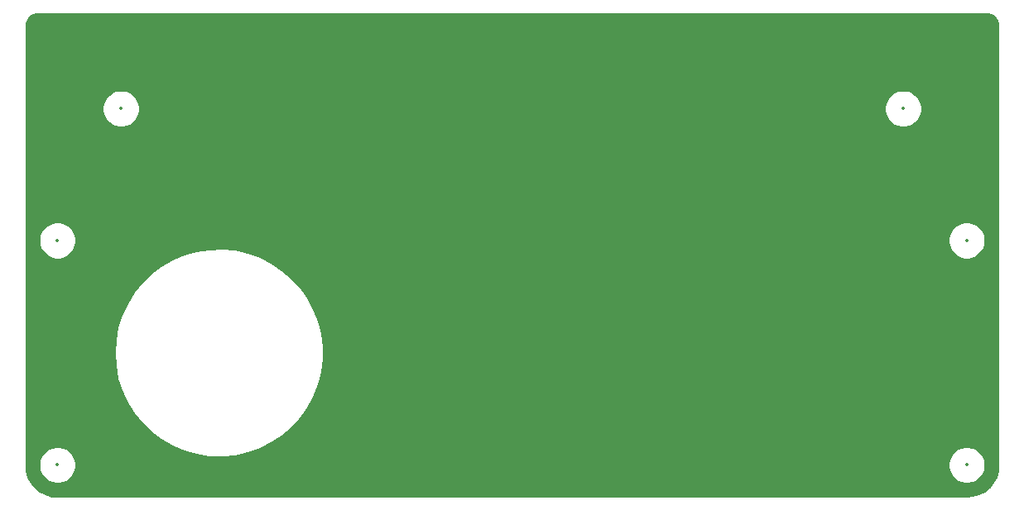
<source format=gbr>
%TF.GenerationSoftware,KiCad,Pcbnew,(5.1.9-0-10_14)*%
%TF.CreationDate,2021-09-01T15:36:42+08:00*%
%TF.ProjectId,KNOB_PANEL,4b4e4f42-5f50-4414-9e45-4c2e6b696361,V1.0*%
%TF.SameCoordinates,Original*%
%TF.FileFunction,Copper,L1,Top*%
%TF.FilePolarity,Positive*%
%FSLAX46Y46*%
G04 Gerber Fmt 4.6, Leading zero omitted, Abs format (unit mm)*
G04 Created by KiCad (PCBNEW (5.1.9-0-10_14)) date 2021-09-01 15:36:42*
%MOMM*%
%LPD*%
G01*
G04 APERTURE LIST*
%TA.AperFunction,NonConductor*%
%ADD10C,0.254000*%
%TD*%
%TA.AperFunction,NonConductor*%
%ADD11C,0.350000*%
%TD*%
%ADD12C,0.350000*%
G04 APERTURE END LIST*
D10*
X198732415Y-50326237D02*
X198955968Y-50393732D01*
X199162162Y-50503367D01*
X199343131Y-50650962D01*
X199491985Y-50830896D01*
X199603058Y-51036320D01*
X199672112Y-51259398D01*
X199698001Y-51505719D01*
X199698000Y-96485226D01*
X199635674Y-97120880D01*
X199455359Y-97718111D01*
X199162475Y-98268945D01*
X198768180Y-98752400D01*
X198287489Y-99150062D01*
X197738715Y-99446783D01*
X197142758Y-99631262D01*
X196508077Y-99697970D01*
X196499524Y-99698000D01*
X103514774Y-99698000D01*
X102879120Y-99635674D01*
X102281889Y-99455359D01*
X101731055Y-99162475D01*
X101247600Y-98768180D01*
X100849938Y-98287489D01*
X100553217Y-97738715D01*
X100368738Y-97142758D01*
X100302030Y-96508077D01*
X100302000Y-96499524D01*
X100302000Y-96310207D01*
X101573000Y-96310207D01*
X101573000Y-96689793D01*
X101647053Y-97062085D01*
X101792315Y-97412777D01*
X102003201Y-97728391D01*
X102271609Y-97996799D01*
X102587223Y-98207685D01*
X102937915Y-98352947D01*
X103310207Y-98427000D01*
X103689793Y-98427000D01*
X104062085Y-98352947D01*
X104412777Y-98207685D01*
X104728391Y-97996799D01*
X104996799Y-97728391D01*
X105207685Y-97412777D01*
X105352947Y-97062085D01*
X105427000Y-96689793D01*
X105427000Y-96310207D01*
X194573000Y-96310207D01*
X194573000Y-96689793D01*
X194647053Y-97062085D01*
X194792315Y-97412777D01*
X195003201Y-97728391D01*
X195271609Y-97996799D01*
X195587223Y-98207685D01*
X195937915Y-98352947D01*
X196310207Y-98427000D01*
X196689793Y-98427000D01*
X197062085Y-98352947D01*
X197412777Y-98207685D01*
X197728391Y-97996799D01*
X197996799Y-97728391D01*
X198207685Y-97412777D01*
X198352947Y-97062085D01*
X198427000Y-96689793D01*
X198427000Y-96310207D01*
X198352947Y-95937915D01*
X198207685Y-95587223D01*
X197996799Y-95271609D01*
X197728391Y-95003201D01*
X197412777Y-94792315D01*
X197062085Y-94647053D01*
X196689793Y-94573000D01*
X196310207Y-94573000D01*
X195937915Y-94647053D01*
X195587223Y-94792315D01*
X195271609Y-95003201D01*
X195003201Y-95271609D01*
X194792315Y-95587223D01*
X194647053Y-95937915D01*
X194573000Y-96310207D01*
X105427000Y-96310207D01*
X105352947Y-95937915D01*
X105207685Y-95587223D01*
X104996799Y-95271609D01*
X104728391Y-95003201D01*
X104412777Y-94792315D01*
X104062085Y-94647053D01*
X103689793Y-94573000D01*
X103310207Y-94573000D01*
X102937915Y-94647053D01*
X102587223Y-94792315D01*
X102271609Y-95003201D01*
X102003201Y-95271609D01*
X101792315Y-95587223D01*
X101647053Y-95937915D01*
X101573000Y-96310207D01*
X100302000Y-96310207D01*
X100302000Y-85000000D01*
X109278000Y-85000000D01*
X109359267Y-86317608D01*
X109601837Y-87615243D01*
X110002033Y-88873233D01*
X110553787Y-90072509D01*
X111248737Y-91194891D01*
X112076346Y-92223365D01*
X113024071Y-93142340D01*
X114077543Y-93937885D01*
X115220793Y-94597941D01*
X116436492Y-95112502D01*
X117706209Y-95473768D01*
X119010699Y-95676262D01*
X120330185Y-95716915D01*
X121644665Y-95595110D01*
X122934215Y-95312695D01*
X124179284Y-94873949D01*
X125361000Y-94285524D01*
X126461449Y-93556341D01*
X127463948Y-92697452D01*
X128353302Y-91721877D01*
X129116028Y-90644406D01*
X129740565Y-89481371D01*
X130217444Y-88250403D01*
X130539438Y-86970162D01*
X130701664Y-85660056D01*
X130701664Y-84339944D01*
X130539438Y-83029838D01*
X130217444Y-81749597D01*
X129740565Y-80518629D01*
X129116028Y-79355594D01*
X128353302Y-78278123D01*
X127463948Y-77302548D01*
X126461449Y-76443659D01*
X125361000Y-75714476D01*
X124179284Y-75126051D01*
X122934215Y-74687305D01*
X121644665Y-74404890D01*
X120330185Y-74283085D01*
X119010699Y-74323738D01*
X117706209Y-74526232D01*
X116436492Y-74887498D01*
X115220793Y-75402059D01*
X114077543Y-76062115D01*
X113024071Y-76857660D01*
X112076346Y-77776635D01*
X111248737Y-78805109D01*
X110553787Y-79927491D01*
X110002033Y-81126767D01*
X109601837Y-82384757D01*
X109359267Y-83682392D01*
X109278000Y-85000000D01*
X100302000Y-85000000D01*
X100302000Y-73310207D01*
X101573000Y-73310207D01*
X101573000Y-73689793D01*
X101647053Y-74062085D01*
X101792315Y-74412777D01*
X102003201Y-74728391D01*
X102271609Y-74996799D01*
X102587223Y-75207685D01*
X102937915Y-75352947D01*
X103310207Y-75427000D01*
X103689793Y-75427000D01*
X104062085Y-75352947D01*
X104412777Y-75207685D01*
X104728391Y-74996799D01*
X104996799Y-74728391D01*
X105207685Y-74412777D01*
X105352947Y-74062085D01*
X105427000Y-73689793D01*
X105427000Y-73310207D01*
X194573000Y-73310207D01*
X194573000Y-73689793D01*
X194647053Y-74062085D01*
X194792315Y-74412777D01*
X195003201Y-74728391D01*
X195271609Y-74996799D01*
X195587223Y-75207685D01*
X195937915Y-75352947D01*
X196310207Y-75427000D01*
X196689793Y-75427000D01*
X197062085Y-75352947D01*
X197412777Y-75207685D01*
X197728391Y-74996799D01*
X197996799Y-74728391D01*
X198207685Y-74412777D01*
X198352947Y-74062085D01*
X198427000Y-73689793D01*
X198427000Y-73310207D01*
X198352947Y-72937915D01*
X198207685Y-72587223D01*
X197996799Y-72271609D01*
X197728391Y-72003201D01*
X197412777Y-71792315D01*
X197062085Y-71647053D01*
X196689793Y-71573000D01*
X196310207Y-71573000D01*
X195937915Y-71647053D01*
X195587223Y-71792315D01*
X195271609Y-72003201D01*
X195003201Y-72271609D01*
X194792315Y-72587223D01*
X194647053Y-72937915D01*
X194573000Y-73310207D01*
X105427000Y-73310207D01*
X105352947Y-72937915D01*
X105207685Y-72587223D01*
X104996799Y-72271609D01*
X104728391Y-72003201D01*
X104412777Y-71792315D01*
X104062085Y-71647053D01*
X103689793Y-71573000D01*
X103310207Y-71573000D01*
X102937915Y-71647053D01*
X102587223Y-71792315D01*
X102271609Y-72003201D01*
X102003201Y-72271609D01*
X101792315Y-72587223D01*
X101647053Y-72937915D01*
X101573000Y-73310207D01*
X100302000Y-73310207D01*
X100302000Y-59810207D01*
X108073000Y-59810207D01*
X108073000Y-60189793D01*
X108147053Y-60562085D01*
X108292315Y-60912777D01*
X108503201Y-61228391D01*
X108771609Y-61496799D01*
X109087223Y-61707685D01*
X109437915Y-61852947D01*
X109810207Y-61927000D01*
X110189793Y-61927000D01*
X110562085Y-61852947D01*
X110912777Y-61707685D01*
X111228391Y-61496799D01*
X111496799Y-61228391D01*
X111707685Y-60912777D01*
X111852947Y-60562085D01*
X111927000Y-60189793D01*
X111927000Y-59810207D01*
X188073000Y-59810207D01*
X188073000Y-60189793D01*
X188147053Y-60562085D01*
X188292315Y-60912777D01*
X188503201Y-61228391D01*
X188771609Y-61496799D01*
X189087223Y-61707685D01*
X189437915Y-61852947D01*
X189810207Y-61927000D01*
X190189793Y-61927000D01*
X190562085Y-61852947D01*
X190912777Y-61707685D01*
X191228391Y-61496799D01*
X191496799Y-61228391D01*
X191707685Y-60912777D01*
X191852947Y-60562085D01*
X191927000Y-60189793D01*
X191927000Y-59810207D01*
X191852947Y-59437915D01*
X191707685Y-59087223D01*
X191496799Y-58771609D01*
X191228391Y-58503201D01*
X190912777Y-58292315D01*
X190562085Y-58147053D01*
X190189793Y-58073000D01*
X189810207Y-58073000D01*
X189437915Y-58147053D01*
X189087223Y-58292315D01*
X188771609Y-58503201D01*
X188503201Y-58771609D01*
X188292315Y-59087223D01*
X188147053Y-59437915D01*
X188073000Y-59810207D01*
X111927000Y-59810207D01*
X111852947Y-59437915D01*
X111707685Y-59087223D01*
X111496799Y-58771609D01*
X111228391Y-58503201D01*
X110912777Y-58292315D01*
X110562085Y-58147053D01*
X110189793Y-58073000D01*
X109810207Y-58073000D01*
X109437915Y-58147053D01*
X109087223Y-58292315D01*
X108771609Y-58503201D01*
X108503201Y-58771609D01*
X108292315Y-59087223D01*
X108147053Y-59437915D01*
X108073000Y-59810207D01*
X100302000Y-59810207D01*
X100302000Y-51514773D01*
X100326237Y-51267585D01*
X100393732Y-51044032D01*
X100503367Y-50837838D01*
X100650962Y-50656869D01*
X100830896Y-50508015D01*
X101036320Y-50396942D01*
X101259398Y-50327888D01*
X101505710Y-50302000D01*
X198485227Y-50302000D01*
X198732415Y-50326237D01*
%TA.AperFunction,NonConductor*%
D11*
G36*
X198732415Y-50326237D02*
G01*
X198955968Y-50393732D01*
X199162162Y-50503367D01*
X199343131Y-50650962D01*
X199491985Y-50830896D01*
X199603058Y-51036320D01*
X199672112Y-51259398D01*
X199698001Y-51505719D01*
X199698000Y-96485226D01*
X199635674Y-97120880D01*
X199455359Y-97718111D01*
X199162475Y-98268945D01*
X198768180Y-98752400D01*
X198287489Y-99150062D01*
X197738715Y-99446783D01*
X197142758Y-99631262D01*
X196508077Y-99697970D01*
X196499524Y-99698000D01*
X103514774Y-99698000D01*
X102879120Y-99635674D01*
X102281889Y-99455359D01*
X101731055Y-99162475D01*
X101247600Y-98768180D01*
X100849938Y-98287489D01*
X100553217Y-97738715D01*
X100368738Y-97142758D01*
X100302030Y-96508077D01*
X100302000Y-96499524D01*
X100302000Y-96310207D01*
X101573000Y-96310207D01*
X101573000Y-96689793D01*
X101647053Y-97062085D01*
X101792315Y-97412777D01*
X102003201Y-97728391D01*
X102271609Y-97996799D01*
X102587223Y-98207685D01*
X102937915Y-98352947D01*
X103310207Y-98427000D01*
X103689793Y-98427000D01*
X104062085Y-98352947D01*
X104412777Y-98207685D01*
X104728391Y-97996799D01*
X104996799Y-97728391D01*
X105207685Y-97412777D01*
X105352947Y-97062085D01*
X105427000Y-96689793D01*
X105427000Y-96310207D01*
X194573000Y-96310207D01*
X194573000Y-96689793D01*
X194647053Y-97062085D01*
X194792315Y-97412777D01*
X195003201Y-97728391D01*
X195271609Y-97996799D01*
X195587223Y-98207685D01*
X195937915Y-98352947D01*
X196310207Y-98427000D01*
X196689793Y-98427000D01*
X197062085Y-98352947D01*
X197412777Y-98207685D01*
X197728391Y-97996799D01*
X197996799Y-97728391D01*
X198207685Y-97412777D01*
X198352947Y-97062085D01*
X198427000Y-96689793D01*
X198427000Y-96310207D01*
X198352947Y-95937915D01*
X198207685Y-95587223D01*
X197996799Y-95271609D01*
X197728391Y-95003201D01*
X197412777Y-94792315D01*
X197062085Y-94647053D01*
X196689793Y-94573000D01*
X196310207Y-94573000D01*
X195937915Y-94647053D01*
X195587223Y-94792315D01*
X195271609Y-95003201D01*
X195003201Y-95271609D01*
X194792315Y-95587223D01*
X194647053Y-95937915D01*
X194573000Y-96310207D01*
X105427000Y-96310207D01*
X105352947Y-95937915D01*
X105207685Y-95587223D01*
X104996799Y-95271609D01*
X104728391Y-95003201D01*
X104412777Y-94792315D01*
X104062085Y-94647053D01*
X103689793Y-94573000D01*
X103310207Y-94573000D01*
X102937915Y-94647053D01*
X102587223Y-94792315D01*
X102271609Y-95003201D01*
X102003201Y-95271609D01*
X101792315Y-95587223D01*
X101647053Y-95937915D01*
X101573000Y-96310207D01*
X100302000Y-96310207D01*
X100302000Y-85000000D01*
X109278000Y-85000000D01*
X109359267Y-86317608D01*
X109601837Y-87615243D01*
X110002033Y-88873233D01*
X110553787Y-90072509D01*
X111248737Y-91194891D01*
X112076346Y-92223365D01*
X113024071Y-93142340D01*
X114077543Y-93937885D01*
X115220793Y-94597941D01*
X116436492Y-95112502D01*
X117706209Y-95473768D01*
X119010699Y-95676262D01*
X120330185Y-95716915D01*
X121644665Y-95595110D01*
X122934215Y-95312695D01*
X124179284Y-94873949D01*
X125361000Y-94285524D01*
X126461449Y-93556341D01*
X127463948Y-92697452D01*
X128353302Y-91721877D01*
X129116028Y-90644406D01*
X129740565Y-89481371D01*
X130217444Y-88250403D01*
X130539438Y-86970162D01*
X130701664Y-85660056D01*
X130701664Y-84339944D01*
X130539438Y-83029838D01*
X130217444Y-81749597D01*
X129740565Y-80518629D01*
X129116028Y-79355594D01*
X128353302Y-78278123D01*
X127463948Y-77302548D01*
X126461449Y-76443659D01*
X125361000Y-75714476D01*
X124179284Y-75126051D01*
X122934215Y-74687305D01*
X121644665Y-74404890D01*
X120330185Y-74283085D01*
X119010699Y-74323738D01*
X117706209Y-74526232D01*
X116436492Y-74887498D01*
X115220793Y-75402059D01*
X114077543Y-76062115D01*
X113024071Y-76857660D01*
X112076346Y-77776635D01*
X111248737Y-78805109D01*
X110553787Y-79927491D01*
X110002033Y-81126767D01*
X109601837Y-82384757D01*
X109359267Y-83682392D01*
X109278000Y-85000000D01*
X100302000Y-85000000D01*
X100302000Y-73310207D01*
X101573000Y-73310207D01*
X101573000Y-73689793D01*
X101647053Y-74062085D01*
X101792315Y-74412777D01*
X102003201Y-74728391D01*
X102271609Y-74996799D01*
X102587223Y-75207685D01*
X102937915Y-75352947D01*
X103310207Y-75427000D01*
X103689793Y-75427000D01*
X104062085Y-75352947D01*
X104412777Y-75207685D01*
X104728391Y-74996799D01*
X104996799Y-74728391D01*
X105207685Y-74412777D01*
X105352947Y-74062085D01*
X105427000Y-73689793D01*
X105427000Y-73310207D01*
X194573000Y-73310207D01*
X194573000Y-73689793D01*
X194647053Y-74062085D01*
X194792315Y-74412777D01*
X195003201Y-74728391D01*
X195271609Y-74996799D01*
X195587223Y-75207685D01*
X195937915Y-75352947D01*
X196310207Y-75427000D01*
X196689793Y-75427000D01*
X197062085Y-75352947D01*
X197412777Y-75207685D01*
X197728391Y-74996799D01*
X197996799Y-74728391D01*
X198207685Y-74412777D01*
X198352947Y-74062085D01*
X198427000Y-73689793D01*
X198427000Y-73310207D01*
X198352947Y-72937915D01*
X198207685Y-72587223D01*
X197996799Y-72271609D01*
X197728391Y-72003201D01*
X197412777Y-71792315D01*
X197062085Y-71647053D01*
X196689793Y-71573000D01*
X196310207Y-71573000D01*
X195937915Y-71647053D01*
X195587223Y-71792315D01*
X195271609Y-72003201D01*
X195003201Y-72271609D01*
X194792315Y-72587223D01*
X194647053Y-72937915D01*
X194573000Y-73310207D01*
X105427000Y-73310207D01*
X105352947Y-72937915D01*
X105207685Y-72587223D01*
X104996799Y-72271609D01*
X104728391Y-72003201D01*
X104412777Y-71792315D01*
X104062085Y-71647053D01*
X103689793Y-71573000D01*
X103310207Y-71573000D01*
X102937915Y-71647053D01*
X102587223Y-71792315D01*
X102271609Y-72003201D01*
X102003201Y-72271609D01*
X101792315Y-72587223D01*
X101647053Y-72937915D01*
X101573000Y-73310207D01*
X100302000Y-73310207D01*
X100302000Y-59810207D01*
X108073000Y-59810207D01*
X108073000Y-60189793D01*
X108147053Y-60562085D01*
X108292315Y-60912777D01*
X108503201Y-61228391D01*
X108771609Y-61496799D01*
X109087223Y-61707685D01*
X109437915Y-61852947D01*
X109810207Y-61927000D01*
X110189793Y-61927000D01*
X110562085Y-61852947D01*
X110912777Y-61707685D01*
X111228391Y-61496799D01*
X111496799Y-61228391D01*
X111707685Y-60912777D01*
X111852947Y-60562085D01*
X111927000Y-60189793D01*
X111927000Y-59810207D01*
X188073000Y-59810207D01*
X188073000Y-60189793D01*
X188147053Y-60562085D01*
X188292315Y-60912777D01*
X188503201Y-61228391D01*
X188771609Y-61496799D01*
X189087223Y-61707685D01*
X189437915Y-61852947D01*
X189810207Y-61927000D01*
X190189793Y-61927000D01*
X190562085Y-61852947D01*
X190912777Y-61707685D01*
X191228391Y-61496799D01*
X191496799Y-61228391D01*
X191707685Y-60912777D01*
X191852947Y-60562085D01*
X191927000Y-60189793D01*
X191927000Y-59810207D01*
X191852947Y-59437915D01*
X191707685Y-59087223D01*
X191496799Y-58771609D01*
X191228391Y-58503201D01*
X190912777Y-58292315D01*
X190562085Y-58147053D01*
X190189793Y-58073000D01*
X189810207Y-58073000D01*
X189437915Y-58147053D01*
X189087223Y-58292315D01*
X188771609Y-58503201D01*
X188503201Y-58771609D01*
X188292315Y-59087223D01*
X188147053Y-59437915D01*
X188073000Y-59810207D01*
X111927000Y-59810207D01*
X111852947Y-59437915D01*
X111707685Y-59087223D01*
X111496799Y-58771609D01*
X111228391Y-58503201D01*
X110912777Y-58292315D01*
X110562085Y-58147053D01*
X110189793Y-58073000D01*
X109810207Y-58073000D01*
X109437915Y-58147053D01*
X109087223Y-58292315D01*
X108771609Y-58503201D01*
X108503201Y-58771609D01*
X108292315Y-59087223D01*
X108147053Y-59437915D01*
X108073000Y-59810207D01*
X100302000Y-59810207D01*
X100302000Y-51514773D01*
X100326237Y-51267585D01*
X100393732Y-51044032D01*
X100503367Y-50837838D01*
X100650962Y-50656869D01*
X100830896Y-50508015D01*
X101036320Y-50396942D01*
X101259398Y-50327888D01*
X101505710Y-50302000D01*
X198485227Y-50302000D01*
X198732415Y-50326237D01*
G37*
%TD.AperFunction*%
D12*
X196500000Y-96500000D03*
X196500000Y-73500000D03*
X103500000Y-96500000D03*
X103500000Y-73500000D03*
X190000000Y-60000000D03*
X110000000Y-60000000D03*
M02*

</source>
